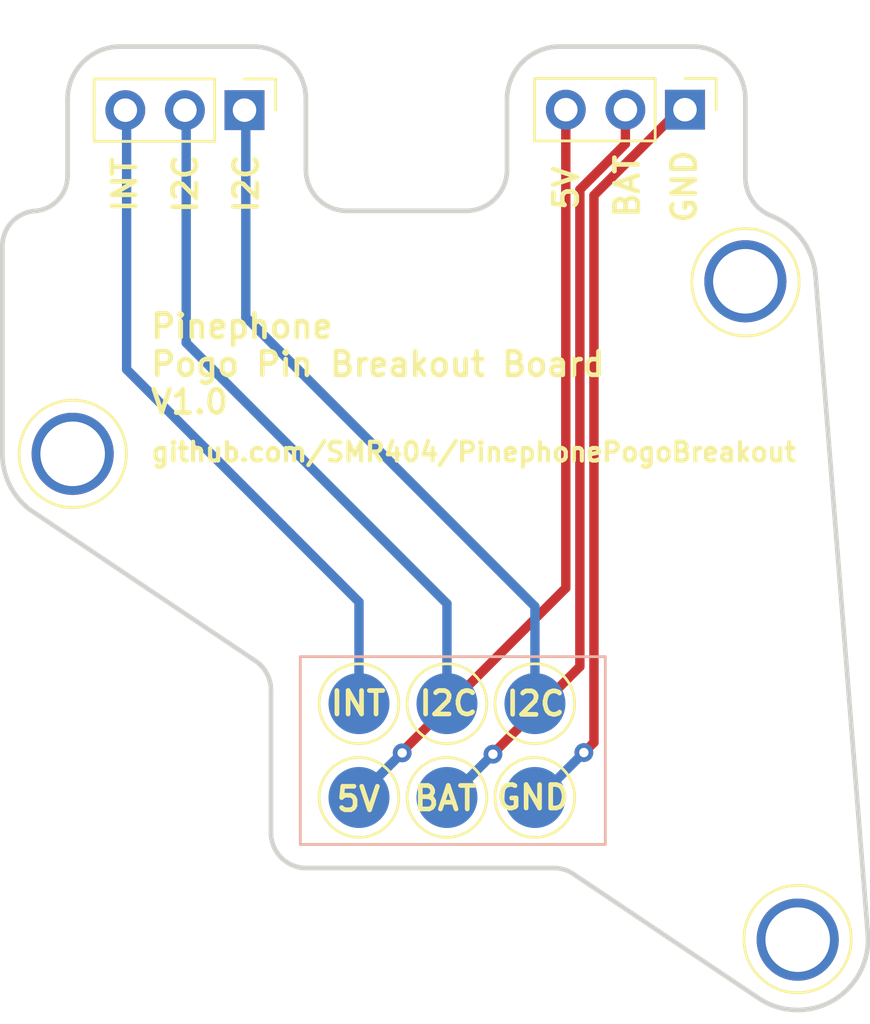
<source format=kicad_pcb>
(kicad_pcb (version 20171130) (host pcbnew "(5.1.2)-1")

  (general
    (thickness 1.6)
    (drawings 51)
    (tracks 37)
    (zones 0)
    (modules 6)
    (nets 7)
  )

  (page A4)
  (layers
    (0 F.Cu signal)
    (31 B.Cu signal)
    (32 B.Adhes user)
    (33 F.Adhes user)
    (34 B.Paste user)
    (35 F.Paste user)
    (36 B.SilkS user)
    (37 F.SilkS user)
    (38 B.Mask user)
    (39 F.Mask user)
    (40 Dwgs.User user)
    (41 Cmts.User user)
    (42 Eco1.User user)
    (43 Eco2.User user)
    (44 Edge.Cuts user)
    (45 Margin user)
    (46 B.CrtYd user)
    (47 F.CrtYd user)
    (48 B.Fab user)
    (49 F.Fab user)
  )

  (setup
    (last_trace_width 0.4)
    (trace_clearance 0.2)
    (zone_clearance 0.508)
    (zone_45_only no)
    (trace_min 0.2)
    (via_size 0.8)
    (via_drill 0.4)
    (via_min_size 0.4)
    (via_min_drill 0.3)
    (uvia_size 0.3)
    (uvia_drill 0.1)
    (uvias_allowed no)
    (uvia_min_size 0.2)
    (uvia_min_drill 0.1)
    (edge_width 0.05)
    (segment_width 0.2)
    (pcb_text_width 0.3)
    (pcb_text_size 1.5 1.5)
    (mod_edge_width 0.12)
    (mod_text_size 1 1)
    (mod_text_width 0.15)
    (pad_size 3.5 3.5)
    (pad_drill 2.75)
    (pad_to_mask_clearance 0.051)
    (solder_mask_min_width 0.25)
    (aux_axis_origin 0 0)
    (visible_elements 7FFFFFFF)
    (pcbplotparams
      (layerselection 0x010fc_ffffffff)
      (usegerberextensions false)
      (usegerberattributes false)
      (usegerberadvancedattributes false)
      (creategerberjobfile false)
      (excludeedgelayer true)
      (linewidth 0.100000)
      (plotframeref false)
      (viasonmask false)
      (mode 1)
      (useauxorigin false)
      (hpglpennumber 1)
      (hpglpenspeed 20)
      (hpglpendiameter 15.000000)
      (psnegative false)
      (psa4output false)
      (plotreference true)
      (plotvalue true)
      (plotinvisibletext false)
      (padsonsilk false)
      (subtractmaskfromsilk false)
      (outputformat 1)
      (mirror false)
      (drillshape 1)
      (scaleselection 1)
      (outputdirectory ""))
  )

  (net 0 "")
  (net 1 "Net-(J1-Pad3)")
  (net 2 "Net-(J1-Pad2)")
  (net 3 "Net-(J1-Pad1)")
  (net 4 "Net-(J1-Pad4)")
  (net 5 "Net-(J1-Pad5)")
  (net 6 "Net-(J1-Pad6)")

  (net_class Default "This is the default net class."
    (clearance 0.2)
    (trace_width 0.4)
    (via_dia 0.8)
    (via_drill 0.4)
    (uvia_dia 0.3)
    (uvia_drill 0.1)
    (add_net "Net-(J1-Pad1)")
    (add_net "Net-(J1-Pad2)")
    (add_net "Net-(J1-Pad3)")
    (add_net "Net-(J1-Pad4)")
    (add_net "Net-(J1-Pad5)")
    (add_net "Net-(J1-Pad6)")
  )

  (module MountingHole:MountingHole_2.2mm_M2_ISO7380 (layer F.Cu) (tedit 5E4788E2) (tstamp 5E47DDFA)
    (at 128.76 72.72)
    (descr "Mounting Hole 2.2mm, no annular, M2, ISO7380")
    (tags "mounting hole 2.2mm no annular m2 iso7380")
    (attr virtual)
    (fp_text reference REF** (at -0.715 5.295) (layer F.SilkS) hide
      (effects (font (size 1 1) (thickness 0.15)))
    )
    (fp_text value hole (at 0 2.75) (layer F.Fab)
      (effects (font (size 1 1) (thickness 0.15)))
    )
    (fp_text user %R (at 0.3 0) (layer F.Fab)
      (effects (font (size 1 1) (thickness 0.15)))
    )
    (fp_circle (center 0 0) (end 1.75 0) (layer Cmts.User) (width 0.15))
    (fp_circle (center 0 0) (end 2 0) (layer F.CrtYd) (width 0.05))
    (pad "" np_thru_hole circle (at 0 0) (size 3.5 3.5) (drill 2.75) (layers *.Cu *.Mask))
  )

  (module MountingHole:MountingHole_2.2mm_M2_ISO7380 (layer F.Cu) (tedit 5E4788E2) (tstamp 5E47DDFA)
    (at 159.665 93.415)
    (descr "Mounting Hole 2.2mm, no annular, M2, ISO7380")
    (tags "mounting hole 2.2mm no annular m2 iso7380")
    (attr virtual)
    (fp_text reference REF** (at -0.715 5.295) (layer F.SilkS) hide
      (effects (font (size 1 1) (thickness 0.15)))
    )
    (fp_text value hole (at 0 2.75) (layer F.Fab)
      (effects (font (size 1 1) (thickness 0.15)))
    )
    (fp_text user %R (at 0.3 0) (layer F.Fab)
      (effects (font (size 1 1) (thickness 0.15)))
    )
    (fp_circle (center 0 0) (end 1.75 0) (layer Cmts.User) (width 0.15))
    (fp_circle (center 0 0) (end 2 0) (layer F.CrtYd) (width 0.05))
    (pad "" np_thru_hole circle (at 0 0) (size 3.5 3.5) (drill 2.75) (layers *.Cu *.Mask))
  )

  (module MountingHole:MountingHole_2.2mm_M2_ISO7380 (layer F.Cu) (tedit 5E4788E2) (tstamp 5E47DAD0)
    (at 157.435 65.37)
    (descr "Mounting Hole 2.2mm, no annular, M2, ISO7380")
    (tags "mounting hole 2.2mm no annular m2 iso7380")
    (attr virtual)
    (fp_text reference REF** (at -0.715 5.295) (layer F.SilkS) hide
      (effects (font (size 1 1) (thickness 0.15)))
    )
    (fp_text value hole (at 0 2.75) (layer F.Fab)
      (effects (font (size 1 1) (thickness 0.15)))
    )
    (fp_circle (center 0 0) (end 2 0) (layer F.CrtYd) (width 0.05))
    (fp_circle (center 0 0) (end 1.75 0) (layer Cmts.User) (width 0.15))
    (fp_text user %R (at 0.3 0) (layer F.Fab)
      (effects (font (size 1 1) (thickness 0.15)))
    )
    (pad "" np_thru_hole circle (at 0 0) (size 3.5 3.5) (drill 2.75) (layers *.Cu *.Mask))
  )

  (module customFootprints_PPNFC:PP_6_pogo_pin_contacts (layer B.Cu) (tedit 5E47609C) (tstamp 5E47D4A9)
    (at 148.465 83.36 180)
    (path /5E47AA15)
    (fp_text reference J1 (at 4.245 3.39) (layer B.SilkS) hide
      (effects (font (size 1 1) (thickness 0.15)) (justify mirror))
    )
    (fp_text value Conn_01x06 (at 4.075 5.31) (layer B.Fab)
      (effects (font (size 1 1) (thickness 0.15)) (justify mirror))
    )
    (fp_line (start 0 0) (end 7.5 0) (layer Dwgs.User) (width 0.12))
    (fp_line (start 7.5 0) (end 7.5 -4) (layer Dwgs.User) (width 0.12))
    (fp_circle (center 0 0) (end 0.95 0) (layer Dwgs.User) (width 0.12))
    (fp_circle (center 7.5 0) (end 8.45 0) (layer Dwgs.User) (width 0.12))
    (fp_circle (center 3.75 0) (end 4.7 0) (layer Dwgs.User) (width 0.12))
    (fp_circle (center 7.5 -4) (end 8.45 -4) (layer Dwgs.User) (width 0.12))
    (fp_circle (center 0 -4) (end 0.95 -4) (layer Dwgs.User) (width 0.12))
    (fp_line (start 0 -4) (end 7.5 -4) (layer Dwgs.User) (width 0.12))
    (fp_circle (center 3.75 -4) (end 4.7 -4) (layer Dwgs.User) (width 0.12))
    (fp_line (start -3 2) (end 10 2) (layer B.SilkS) (width 0.12))
    (fp_line (start 10 2) (end 10 -6) (layer B.SilkS) (width 0.12))
    (fp_line (start 10 -6) (end -3 -6) (layer B.SilkS) (width 0.12))
    (fp_line (start -3 -6) (end -3 2) (layer B.SilkS) (width 0.12))
    (pad 3 smd circle (at 7.5 0 180) (size 2.6 2.6) (layers B.Cu B.Paste B.Mask)
      (net 1 "Net-(J1-Pad3)"))
    (pad 2 smd circle (at 3.75 0 180) (size 2.6 2.6) (layers B.Cu B.Paste B.Mask)
      (net 2 "Net-(J1-Pad2)"))
    (pad 1 smd circle (at 0 0 180) (size 2.6 2.6) (layers B.Cu B.Paste B.Mask)
      (net 3 "Net-(J1-Pad1)"))
    (pad 4 smd circle (at 0 -4 180) (size 2.6 2.6) (layers B.Cu B.Paste B.Mask)
      (net 4 "Net-(J1-Pad4)"))
    (pad 5 smd circle (at 3.75 -4 180) (size 2.6 2.6) (layers B.Cu B.Paste B.Mask)
      (net 5 "Net-(J1-Pad5)"))
    (pad 6 smd circle (at 7.5 -4 180) (size 2.6 2.6) (layers B.Cu B.Paste B.Mask)
      (net 6 "Net-(J1-Pad6)"))
  )

  (module Connector_PinHeader_2.54mm:PinHeader_1x03_P2.54mm_Vertical (layer F.Cu) (tedit 59FED5CC) (tstamp 5E47D4C0)
    (at 136.085 58.08 270)
    (descr "Through hole straight pin header, 1x03, 2.54mm pitch, single row")
    (tags "Through hole pin header THT 1x03 2.54mm single row")
    (path /5E479196)
    (fp_text reference J2 (at 2.85 -1.64 270) (layer F.SilkS) hide
      (effects (font (size 1 1) (thickness 0.15)))
    )
    (fp_text value Conn_01x03 (at 0 7.41 90) (layer F.Fab)
      (effects (font (size 1 1) (thickness 0.15)))
    )
    (fp_line (start -0.635 -1.27) (end 1.27 -1.27) (layer F.Fab) (width 0.1))
    (fp_line (start 1.27 -1.27) (end 1.27 6.35) (layer F.Fab) (width 0.1))
    (fp_line (start 1.27 6.35) (end -1.27 6.35) (layer F.Fab) (width 0.1))
    (fp_line (start -1.27 6.35) (end -1.27 -0.635) (layer F.Fab) (width 0.1))
    (fp_line (start -1.27 -0.635) (end -0.635 -1.27) (layer F.Fab) (width 0.1))
    (fp_line (start -1.33 6.41) (end 1.33 6.41) (layer F.SilkS) (width 0.12))
    (fp_line (start -1.33 1.27) (end -1.33 6.41) (layer F.SilkS) (width 0.12))
    (fp_line (start 1.33 1.27) (end 1.33 6.41) (layer F.SilkS) (width 0.12))
    (fp_line (start -1.33 1.27) (end 1.33 1.27) (layer F.SilkS) (width 0.12))
    (fp_line (start -1.33 0) (end -1.33 -1.33) (layer F.SilkS) (width 0.12))
    (fp_line (start -1.33 -1.33) (end 0 -1.33) (layer F.SilkS) (width 0.12))
    (fp_line (start -1.8 -1.8) (end -1.8 6.85) (layer F.CrtYd) (width 0.05))
    (fp_line (start -1.8 6.85) (end 1.8 6.85) (layer F.CrtYd) (width 0.05))
    (fp_line (start 1.8 6.85) (end 1.8 -1.8) (layer F.CrtYd) (width 0.05))
    (fp_line (start 1.8 -1.8) (end -1.8 -1.8) (layer F.CrtYd) (width 0.05))
    (fp_text user %R (at 0 2.54) (layer F.Fab)
      (effects (font (size 1 1) (thickness 0.15)))
    )
    (pad 1 thru_hole rect (at 0 0 270) (size 1.7 1.7) (drill 1) (layers *.Cu *.Mask)
      (net 3 "Net-(J1-Pad1)"))
    (pad 2 thru_hole oval (at 0 2.54 270) (size 1.7 1.7) (drill 1) (layers *.Cu *.Mask)
      (net 2 "Net-(J1-Pad2)"))
    (pad 3 thru_hole oval (at 0 5.08 270) (size 1.7 1.7) (drill 1) (layers *.Cu *.Mask)
      (net 1 "Net-(J1-Pad3)"))
    (model ${KISYS3DMOD}/Connector_PinHeader_2.54mm.3dshapes/PinHeader_1x03_P2.54mm_Vertical.wrl
      (at (xyz 0 0 0))
      (scale (xyz 1 1 1))
      (rotate (xyz 0 0 0))
    )
  )

  (module Connector_PinHeader_2.54mm:PinHeader_1x03_P2.54mm_Vertical (layer F.Cu) (tedit 59FED5CC) (tstamp 5E47D4D7)
    (at 154.86 58.06 270)
    (descr "Through hole straight pin header, 1x03, 2.54mm pitch, single row")
    (tags "Through hole pin header THT 1x03 2.54mm single row")
    (path /5E479DAA)
    (fp_text reference J3 (at -1.755 2.855 270) (layer F.SilkS) hide
      (effects (font (size 1 1) (thickness 0.15)))
    )
    (fp_text value Conn_01x03 (at 0 7.41 90) (layer F.Fab)
      (effects (font (size 1 1) (thickness 0.15)))
    )
    (fp_text user %R (at 0 2.54) (layer F.Fab)
      (effects (font (size 1 1) (thickness 0.15)))
    )
    (fp_line (start 1.8 -1.8) (end -1.8 -1.8) (layer F.CrtYd) (width 0.05))
    (fp_line (start 1.8 6.85) (end 1.8 -1.8) (layer F.CrtYd) (width 0.05))
    (fp_line (start -1.8 6.85) (end 1.8 6.85) (layer F.CrtYd) (width 0.05))
    (fp_line (start -1.8 -1.8) (end -1.8 6.85) (layer F.CrtYd) (width 0.05))
    (fp_line (start -1.33 -1.33) (end 0 -1.33) (layer F.SilkS) (width 0.12))
    (fp_line (start -1.33 0) (end -1.33 -1.33) (layer F.SilkS) (width 0.12))
    (fp_line (start -1.33 1.27) (end 1.33 1.27) (layer F.SilkS) (width 0.12))
    (fp_line (start 1.33 1.27) (end 1.33 6.41) (layer F.SilkS) (width 0.12))
    (fp_line (start -1.33 1.27) (end -1.33 6.41) (layer F.SilkS) (width 0.12))
    (fp_line (start -1.33 6.41) (end 1.33 6.41) (layer F.SilkS) (width 0.12))
    (fp_line (start -1.27 -0.635) (end -0.635 -1.27) (layer F.Fab) (width 0.1))
    (fp_line (start -1.27 6.35) (end -1.27 -0.635) (layer F.Fab) (width 0.1))
    (fp_line (start 1.27 6.35) (end -1.27 6.35) (layer F.Fab) (width 0.1))
    (fp_line (start 1.27 -1.27) (end 1.27 6.35) (layer F.Fab) (width 0.1))
    (fp_line (start -0.635 -1.27) (end 1.27 -1.27) (layer F.Fab) (width 0.1))
    (pad 3 thru_hole oval (at 0 5.08 270) (size 1.7 1.7) (drill 1) (layers *.Cu *.Mask)
      (net 6 "Net-(J1-Pad6)"))
    (pad 2 thru_hole oval (at 0 2.54 270) (size 1.7 1.7) (drill 1) (layers *.Cu *.Mask)
      (net 5 "Net-(J1-Pad5)"))
    (pad 1 thru_hole rect (at 0 0 270) (size 1.7 1.7) (drill 1) (layers *.Cu *.Mask)
      (net 4 "Net-(J1-Pad4)"))
    (model ${KISYS3DMOD}/Connector_PinHeader_2.54mm.3dshapes/PinHeader_1x03_P2.54mm_Vertical.wrl
      (at (xyz 0 0 0))
      (scale (xyz 1 1 1))
      (rotate (xyz 0 0 0))
    )
  )

  (gr_text github.com/SMR404/PinephonePogoBreakout (at 145.855 72.645) (layer F.SilkS)
    (effects (font (size 0.8 0.8) (thickness 0.18)))
  )
  (gr_text "Pinephone\nPogo Pin Breakout Board\nV1.0\n" (at 131.995 68.9) (layer F.SilkS)
    (effects (font (size 1 1) (thickness 0.2)) (justify left))
  )
  (gr_text 5V (at 149.795 61.4 90) (layer F.SilkS) (tstamp 5E47CC0C)
    (effects (font (size 1 1) (thickness 0.2)))
  )
  (gr_text BAT (at 152.4 61.32 90) (layer F.SilkS) (tstamp 5E47CC0C)
    (effects (font (size 1 1) (thickness 0.2)))
  )
  (gr_text GND (at 154.83 61.33 90) (layer F.SilkS) (tstamp 5E47CC0C)
    (effects (font (size 1 1) (thickness 0.2)))
  )
  (gr_text I2C (at 136.16 61.205 90) (layer F.SilkS) (tstamp 5E47CBED)
    (effects (font (size 1 1) (thickness 0.2)))
  )
  (gr_text I2C (at 133.565 61.215 90) (layer F.SilkS) (tstamp 5E47CBED)
    (effects (font (size 1 1) (thickness 0.2)))
  )
  (gr_text INT (at 130.98 61.255 90) (layer F.SilkS) (tstamp 5E47CBD2)
    (effects (font (size 1 1) (thickness 0.2)))
  )
  (gr_circle (center 159.66 93.39) (end 161.94699 93.39) (layer F.SilkS) (width 0.12) (tstamp 5E47CB7D))
  (gr_circle (center 157.44 65.41) (end 159.72699 65.41) (layer F.SilkS) (width 0.12) (tstamp 5E47CB7D))
  (gr_circle (center 128.765 72.72) (end 131.05199 72.72) (layer F.SilkS) (width 0.12))
  (gr_text GND (at 148.375 87.355) (layer F.SilkS) (tstamp 5E47CA62)
    (effects (font (size 1 1) (thickness 0.2)))
  )
  (gr_text BAT (at 144.65 87.395) (layer F.SilkS) (tstamp 5E47CA62)
    (effects (font (size 1 1) (thickness 0.2)))
  )
  (gr_text 5V (at 140.94 87.43) (layer F.SilkS) (tstamp 5E47CA62)
    (effects (font (size 1 1) (thickness 0.2)))
  )
  (gr_text INT (at 140.93 83.35) (layer F.SilkS) (tstamp 5E47CA62)
    (effects (font (size 1 1) (thickness 0.2)))
  )
  (gr_text I2C (at 144.78 83.35) (layer F.SilkS) (tstamp 5E47CA62)
    (effects (font (size 1 1) (thickness 0.2)))
  )
  (gr_text I2C (at 148.49 83.365) (layer F.SilkS) (tstamp 5E47C8C1)
    (effects (font (size 1 1) (thickness 0.2)))
  )
  (gr_circle (center 148.46 87.355) (end 150.16 87.355) (layer F.SilkS) (width 0.12) (tstamp 5E47C873))
  (gr_circle (center 144.715 87.355) (end 146.415 87.355) (layer F.SilkS) (width 0.12) (tstamp 5E47C873))
  (gr_circle (center 140.965 87.355) (end 142.665 87.355) (layer F.SilkS) (width 0.12) (tstamp 5E47C873))
  (gr_circle (center 148.46 83.365) (end 150.16 83.365) (layer F.SilkS) (width 0.12) (tstamp 5E47C873))
  (gr_circle (center 144.715 83.365) (end 146.415 83.365) (layer F.SilkS) (width 0.12) (tstamp 5E47C873))
  (gr_circle (center 140.965 83.365) (end 142.665 83.365) (layer F.SilkS) (width 0.12))
  (gr_arc (start 128.762857 72.719777) (end 125.762857 72.719777) (angle -52.25880262) (layer Edge.Cuts) (width 0.2))
  (gr_arc (start 127.042672 60.878092) (end 127.152765 62.374046) (angle -85.79099191) (layer Edge.Cuts) (width 0.2))
  (gr_arc (start 135.713832 82.784412) (end 137.213833 82.784412) (angle -56.18093969) (layer Edge.Cuts) (width 0.2))
  (gr_line (start 128.542672 60.878092) (end 128.542672 57.62) (layer Edge.Cuts) (width 0.2))
  (gr_arc (start 127.262857 63.87) (end 127.152765 62.374046) (angle -85.79099191) (layer Edge.Cuts) (width 0.2))
  (gr_line (start 125.762857 72.719777) (end 125.762857 63.87) (layer Edge.Cuts) (width 0.2))
  (gr_line (start 136.548691 81.538213) (end 126.92657 75.092128) (layer Edge.Cuts) (width 0.2))
  (gr_arc (start 155.185 57.62) (end 157.435 57.62) (angle -90) (layer Edge.Cuts) (width 0.2))
  (gr_arc (start 149.525 57.62) (end 149.525 55.37) (angle -90) (layer Edge.Cuts) (width 0.2))
  (gr_line (start 147.275 60.62) (end 147.275 57.62) (layer Edge.Cuts) (width 0.2))
  (gr_arc (start 136.452672 57.62) (end 138.702672 57.62) (angle -90) (layer Edge.Cuts) (width 0.2))
  (gr_line (start 130.792672 55.37) (end 136.452672 55.37) (layer Edge.Cuts) (width 0.2))
  (gr_arc (start 130.792672 57.62) (end 130.792672 55.37) (angle -90) (layer Edge.Cuts) (width 0.2))
  (gr_line (start 140.452672 62.37) (end 145.525 62.37) (layer Edge.Cuts) (width 0.2))
  (gr_line (start 137.213833 88.862608) (end 137.213833 82.784412) (layer Edge.Cuts) (width 0.2))
  (gr_arc (start 138.713833 88.862608) (end 137.213833 88.862608) (angle -90) (layer Edge.Cuts) (width 0.2))
  (gr_line (start 149.264928 90.362608) (end 138.713833 90.362608) (layer Edge.Cuts) (width 0.2))
  (gr_arc (start 149.264928 91.862608) (end 150.099786 90.616409) (angle -33.81906031) (layer Edge.Cuts) (width 0.2))
  (gr_line (start 157.994115 95.905006) (end 150.099786 90.616409) (layer Edge.Cuts) (width 0.2))
  (gr_arc (start 159.663831 93.412608) (end 157.994115 95.905006) (angle -128.3633848) (layer Edge.Cuts) (width 0.2))
  (gr_line (start 160.425569 65.13231) (end 162.6544 93.174917) (layer Edge.Cuts) (width 0.2))
  (gr_arc (start 140.452672 60.62) (end 138.702672 60.62) (angle -90) (layer Edge.Cuts) (width 0.2))
  (gr_line (start 138.702672 57.62) (end 138.702672 60.62) (layer Edge.Cuts) (width 0.2))
  (gr_arc (start 157.435 65.37) (end 160.425569 65.13231) (angle -63.83740313) (layer Edge.Cuts) (width 0.2))
  (gr_arc (start 159.185 60.95412) (end 157.435 60.95412) (angle -68.38172758) (layer Edge.Cuts) (width 0.2))
  (gr_line (start 157.435 57.62) (end 157.435 60.95412) (layer Edge.Cuts) (width 0.2))
  (gr_line (start 149.525 55.37) (end 155.185 55.37) (layer Edge.Cuts) (width 0.2))
  (gr_arc (start 145.525 60.62) (end 145.525 62.37) (angle -90) (layer Edge.Cuts) (width 0.2))

  (segment (start 131.06 58.18) (end 131.06 69.125) (width 0.4) (layer B.Cu) (net 1))
  (segment (start 140.965 79.03) (end 140.965 83.36) (width 0.4) (layer B.Cu) (net 1))
  (segment (start 131.06 69.125) (end 140.965 79.03) (width 0.4) (layer B.Cu) (net 1))
  (segment (start 133.64 58.22) (end 133.6 58.18) (width 0.25) (layer B.Cu) (net 2))
  (segment (start 144.715 83.36) (end 144.715 79.105) (width 0.4) (layer B.Cu) (net 2))
  (segment (start 133.6 67.99) (end 134.8875 69.2775) (width 0.4) (layer B.Cu) (net 2))
  (segment (start 133.6 58.18) (end 133.6 67.99) (width 0.4) (layer B.Cu) (net 2))
  (segment (start 144.715 79.105) (end 134.8875 69.2775) (width 0.4) (layer B.Cu) (net 2))
  (segment (start 134.8875 69.2775) (end 134.735 69.125) (width 0.25) (layer B.Cu) (net 2))
  (segment (start 136.14 58.18) (end 136.14 58.906037) (width 0.25) (layer B.Cu) (net 3))
  (segment (start 148.465 79.225) (end 148.465 83.36) (width 0.4) (layer B.Cu) (net 3))
  (segment (start 136.14 58.18) (end 136.14 66.9) (width 0.4) (layer B.Cu) (net 3))
  (segment (start 136.14 66.9) (end 148.465 79.225) (width 0.4) (layer B.Cu) (net 3))
  (via (at 150.55 85.445) (size 0.8) (drill 0.4) (layers F.Cu B.Cu) (net 4))
  (segment (start 148.635 87.36) (end 150.55 85.445) (width 0.4) (layer B.Cu) (net 4))
  (segment (start 148.465 87.36) (end 148.635 87.36) (width 0.4) (layer B.Cu) (net 4))
  (segment (start 154.86 58.06) (end 154.628542 58.06) (width 0.4) (layer F.Cu) (net 4))
  (segment (start 154.628542 58.06) (end 150.98002 61.708522) (width 0.4) (layer F.Cu) (net 4))
  (segment (start 150.98002 85.01498) (end 150.55 85.445) (width 0.4) (layer F.Cu) (net 4))
  (segment (start 150.98002 61.708522) (end 150.98002 85.01498) (width 0.4) (layer F.Cu) (net 4))
  (via (at 146.675 85.515) (size 0.8) (drill 0.4) (layers F.Cu B.Cu) (net 5))
  (segment (start 144.715 87.36) (end 144.715 87.17) (width 0.25) (layer B.Cu) (net 5))
  (segment (start 144.83 87.36) (end 146.675 85.515) (width 0.4) (layer B.Cu) (net 5))
  (segment (start 144.715 87.36) (end 144.83 87.36) (width 0.4) (layer B.Cu) (net 5))
  (segment (start 146.675 85.515) (end 146.675 85.49) (width 0.4) (layer F.Cu) (net 5))
  (segment (start 146.675 85.49) (end 150.38001 81.78499) (width 0.4) (layer F.Cu) (net 5))
  (segment (start 150.38001 81.78499) (end 150.38001 61.45999) (width 0.4) (layer F.Cu) (net 5))
  (segment (start 152.32 59.52) (end 152.32 58.06) (width 0.4) (layer F.Cu) (net 5))
  (segment (start 150.38001 61.45999) (end 152.32 59.52) (width 0.4) (layer F.Cu) (net 5))
  (via (at 142.805 85.46) (size 0.8) (drill 0.4) (layers F.Cu B.Cu) (net 6))
  (segment (start 140.965 87.36) (end 140.965 87.045) (width 0.25) (layer B.Cu) (net 6))
  (segment (start 140.965 87.3) (end 142.805 85.46) (width 0.4) (layer B.Cu) (net 6))
  (segment (start 140.965 87.36) (end 140.965 87.3) (width 0.4) (layer B.Cu) (net 6))
  (segment (start 142.805 85.46) (end 142.835 85.46) (width 0.4) (layer F.Cu) (net 6))
  (segment (start 142.805 85.46) (end 142.805 85.41) (width 0.4) (layer F.Cu) (net 6))
  (segment (start 149.78 78.435) (end 149.78 58.06) (width 0.4) (layer F.Cu) (net 6))
  (segment (start 142.805 85.41) (end 149.78 78.435) (width 0.4) (layer F.Cu) (net 6))

)

</source>
